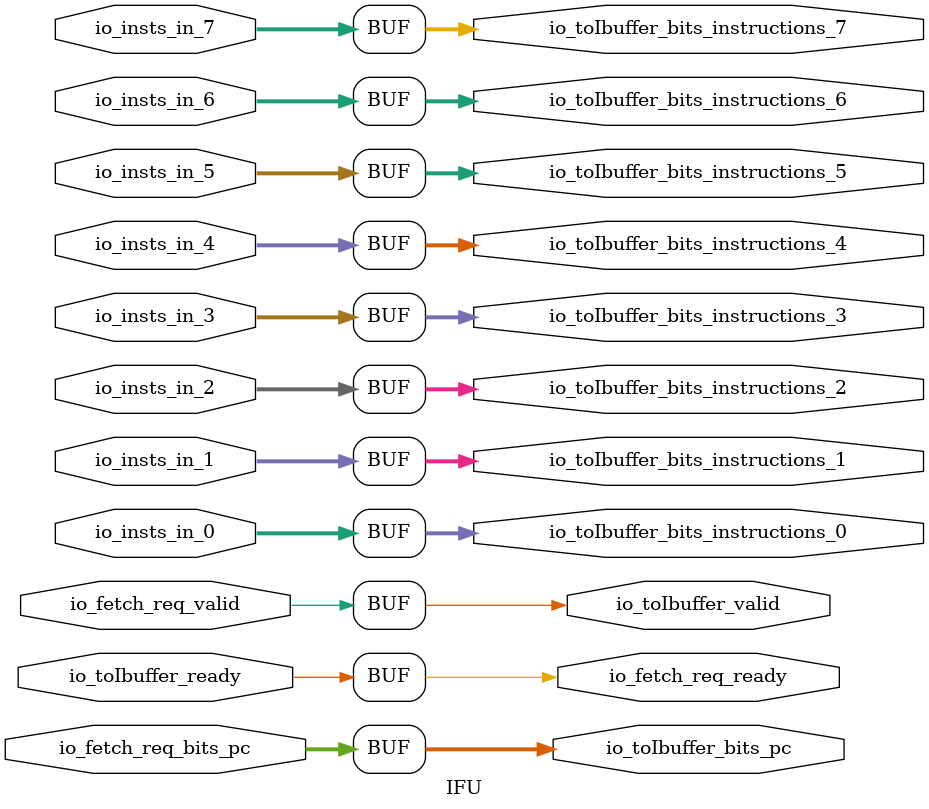
<source format=sv>

`ifndef RANDOMIZE
  `ifdef RANDOMIZE_REG_INIT
    `define RANDOMIZE
  `endif // RANDOMIZE_REG_INIT
`endif // not def RANDOMIZE

// RANDOM may be set to an expression that produces a 32-bit random unsigned value.
`ifndef RANDOM
  `define RANDOM $random
`endif // not def RANDOM

// Users can define INIT_RANDOM as general code that gets injected into the
// initializer block for modules with registers.
`ifndef INIT_RANDOM
  `define INIT_RANDOM
`endif // not def INIT_RANDOM

// If using random initialization, you can also define RANDOMIZE_DELAY to
// customize the delay used, otherwise 0.002 is used.
`ifndef RANDOMIZE_DELAY
  `define RANDOMIZE_DELAY 0.002
`endif // not def RANDOMIZE_DELAY

// Define INIT_RANDOM_PROLOG_ for use in our modules below.
`ifndef INIT_RANDOM_PROLOG_
  `ifdef RANDOMIZE
    `ifdef VERILATOR
      `define INIT_RANDOM_PROLOG_ `INIT_RANDOM
    `else  // VERILATOR
      `define INIT_RANDOM_PROLOG_ `INIT_RANDOM #`RANDOMIZE_DELAY begin end
    `endif // VERILATOR
  `else  // RANDOMIZE
    `define INIT_RANDOM_PROLOG_
  `endif // RANDOMIZE
`endif // not def INIT_RANDOM_PROLOG_

// Include register initializers in init blocks unless synthesis is set
`ifndef SYNTHESIS
  `ifndef ENABLE_INITIAL_REG_
    `define ENABLE_INITIAL_REG_
  `endif // not def ENABLE_INITIAL_REG_
`endif // not def SYNTHESIS

// Include rmemory initializers in init blocks unless synthesis is set
`ifndef SYNTHESIS
  `ifndef ENABLE_INITIAL_MEM_
    `define ENABLE_INITIAL_MEM_
  `endif // not def ENABLE_INITIAL_MEM_
`endif // not def SYNTHESIS

`ifndef PRINTF_COND_
  `ifdef PRINTF_COND
    `define PRINTF_COND_ (`PRINTF_COND)
  `else  // PRINTF_COND
    `define PRINTF_COND_ 1
  `endif // PRINTF_COND
`endif // not def PRINTF_COND_

module IFU(	// home/emerald/zaqal/src/main/scala/zaqal/frontend/IFU.scala:7:7
  output        io_fetch_req_ready,	// home/emerald/zaqal/src/main/scala/zaqal/frontend/IFU.scala:8:14
  input         io_fetch_req_valid,	// home/emerald/zaqal/src/main/scala/zaqal/frontend/IFU.scala:8:14
  input  [63:0] io_fetch_req_bits_pc,	// home/emerald/zaqal/src/main/scala/zaqal/frontend/IFU.scala:8:14
  input         io_toIbuffer_ready,	// home/emerald/zaqal/src/main/scala/zaqal/frontend/IFU.scala:8:14
  output        io_toIbuffer_valid,	// home/emerald/zaqal/src/main/scala/zaqal/frontend/IFU.scala:8:14
  output [63:0] io_toIbuffer_bits_pc,	// home/emerald/zaqal/src/main/scala/zaqal/frontend/IFU.scala:8:14
  output [31:0] io_toIbuffer_bits_instructions_0,	// home/emerald/zaqal/src/main/scala/zaqal/frontend/IFU.scala:8:14
                io_toIbuffer_bits_instructions_1,	// home/emerald/zaqal/src/main/scala/zaqal/frontend/IFU.scala:8:14
                io_toIbuffer_bits_instructions_2,	// home/emerald/zaqal/src/main/scala/zaqal/frontend/IFU.scala:8:14
                io_toIbuffer_bits_instructions_3,	// home/emerald/zaqal/src/main/scala/zaqal/frontend/IFU.scala:8:14
                io_toIbuffer_bits_instructions_4,	// home/emerald/zaqal/src/main/scala/zaqal/frontend/IFU.scala:8:14
                io_toIbuffer_bits_instructions_5,	// home/emerald/zaqal/src/main/scala/zaqal/frontend/IFU.scala:8:14
                io_toIbuffer_bits_instructions_6,	// home/emerald/zaqal/src/main/scala/zaqal/frontend/IFU.scala:8:14
                io_toIbuffer_bits_instructions_7,	// home/emerald/zaqal/src/main/scala/zaqal/frontend/IFU.scala:8:14
  input  [31:0] io_insts_in_0,	// home/emerald/zaqal/src/main/scala/zaqal/frontend/IFU.scala:8:14
                io_insts_in_1,	// home/emerald/zaqal/src/main/scala/zaqal/frontend/IFU.scala:8:14
                io_insts_in_2,	// home/emerald/zaqal/src/main/scala/zaqal/frontend/IFU.scala:8:14
                io_insts_in_3,	// home/emerald/zaqal/src/main/scala/zaqal/frontend/IFU.scala:8:14
                io_insts_in_4,	// home/emerald/zaqal/src/main/scala/zaqal/frontend/IFU.scala:8:14
                io_insts_in_5,	// home/emerald/zaqal/src/main/scala/zaqal/frontend/IFU.scala:8:14
                io_insts_in_6,	// home/emerald/zaqal/src/main/scala/zaqal/frontend/IFU.scala:8:14
                io_insts_in_7	// home/emerald/zaqal/src/main/scala/zaqal/frontend/IFU.scala:8:14
);

  assign io_fetch_req_ready = io_toIbuffer_ready;	// home/emerald/zaqal/src/main/scala/zaqal/frontend/IFU.scala:7:7
  assign io_toIbuffer_valid = io_fetch_req_valid;	// home/emerald/zaqal/src/main/scala/zaqal/frontend/IFU.scala:7:7
  assign io_toIbuffer_bits_pc = io_fetch_req_bits_pc;	// home/emerald/zaqal/src/main/scala/zaqal/frontend/IFU.scala:7:7
  assign io_toIbuffer_bits_instructions_0 = io_insts_in_0;	// home/emerald/zaqal/src/main/scala/zaqal/frontend/IFU.scala:7:7
  assign io_toIbuffer_bits_instructions_1 = io_insts_in_1;	// home/emerald/zaqal/src/main/scala/zaqal/frontend/IFU.scala:7:7
  assign io_toIbuffer_bits_instructions_2 = io_insts_in_2;	// home/emerald/zaqal/src/main/scala/zaqal/frontend/IFU.scala:7:7
  assign io_toIbuffer_bits_instructions_3 = io_insts_in_3;	// home/emerald/zaqal/src/main/scala/zaqal/frontend/IFU.scala:7:7
  assign io_toIbuffer_bits_instructions_4 = io_insts_in_4;	// home/emerald/zaqal/src/main/scala/zaqal/frontend/IFU.scala:7:7
  assign io_toIbuffer_bits_instructions_5 = io_insts_in_5;	// home/emerald/zaqal/src/main/scala/zaqal/frontend/IFU.scala:7:7
  assign io_toIbuffer_bits_instructions_6 = io_insts_in_6;	// home/emerald/zaqal/src/main/scala/zaqal/frontend/IFU.scala:7:7
  assign io_toIbuffer_bits_instructions_7 = io_insts_in_7;	// home/emerald/zaqal/src/main/scala/zaqal/frontend/IFU.scala:7:7
endmodule


</source>
